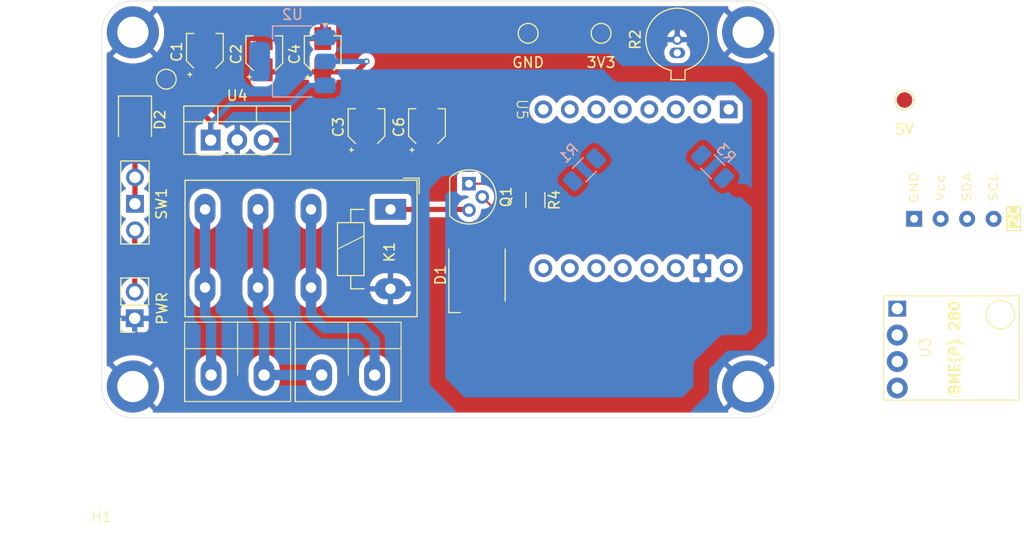
<source format=kicad_pcb>
(kicad_pcb (version 20240108) (generator "pcbnew") (generator_version "8.0")
  (layers (0 "F.Cu" signal) (31 "B.Cu" signal) (34 "B.Paste" user) (35 "F.Paste" user) (36 "B.SilkS" user "B.Silkscreen") (37 "F.SilkS" user "F.Silkscreen") (38 "B.Mask" user) (39 "F.Mask" user) (44 "Edge.Cuts" user))
  (net 0 "")
  (net 1 "GND")
  (net 2 "/SDA")
  (net 3 "/SCL")
  (net 4 "Net-(Q1-E)")
  (net 5 "/GPIO10")
  (net 6 "/ADC1")
  (net 7 "+3V3")
  (net 8 "/Power Supply/VIN")
  (net 9 "+5V")
  (net 10 "/Power Supply/VDC")
  (net 11 "/NC")
  (net 12 "/COM")
  (net 13 "/NO")
  (net 14 "Net-(J1-Pin_2)")
  (net 15 "Net-(D1-AG)")
  (net 16 "Net-(D1-AB)")
  (footprint "Capacitor_SMD:CP_Elec_3x5.3" (layer "F.Cu") (at 131.8 64.4 90)
    (property "Reference" "C4" (at 0 -2.7 90) (layer "F.SilkS"))
    (property "Value" "10uF")
    (fp_line (start 1.76 -1.76) (end 1.76 -1.06) (stroke (width 0.12)) (layer "F.SilkS"))
    (fp_line (start -0.870563 -1.76) (end 1.76 -1.76) (stroke (width 0.12)) (layer "F.SilkS"))
    (fp_line (start -2.1875 -1.6225) (end -2.1875 -1.2475) (stroke (width 0.12)) (layer "F.SilkS"))
    (fp_line (start -2.375 -1.435) (end -2 -1.435) (stroke (width 0.12)) (layer "F.SilkS"))
    (fp_line (start -1.570563 -1.06) (end -0.870563 -1.76) (stroke (width 0.12)) (layer "F.SilkS"))
    (fp_line (start -1.570563 1.06) (end -0.870563 1.76) (stroke (width 0.12)) (layer "F.SilkS"))
    (fp_line (start 1.76 1.76) (end 1.76 1.06) (stroke (width 0.12)) (layer "F.SilkS"))
    (fp_line (start -0.870563 1.76) (end 1.76 1.76) (stroke (width 0.12)) (layer "F.SilkS"))
    (pad "1" smd rect (at -1.5 0 90) (size 2.2 1.6) (layers "F.Cu" "F.Paste" "F.Mask") (net 7 "+3V3"))
    (pad "2" smd rect (at 1.5 0 90) (size 2.2 1.6) (layers "F.Cu" "F.Paste" "F.Mask") (net 1 "GND"))
  )
  (footprint "Package_TO_SOT_THT:TO-92" (layer "F.Cu") (at 145.83 76.83 -90)
    (property "Reference" "Q1" (at 1.27 -3.56 90) (layer "F.SilkS"))
    (property "Value" "NPN")
    (fp_line (start -0.53 1.85) (end 3.07 1.85) (stroke (width 0.12)) (layer "F.SilkS"))
    (fp_arc (start -0.568478 1.838478) (mid -1.132087 -0.994977) (end 1.27 -2.6) (stroke (width 0.12)) (layer "F.SilkS"))
    (fp_arc (start 1.27 -2.6) (mid 3.672087 -0.994977) (end 3.108478 1.838478) (stroke (width 0.12)) (layer "F.SilkS"))
    (pad "1" thru_hole rect (at 0 0 270) (size 1.3 1.3) (drill 0.75) (layers "*.Cu" "*.Mask") (net 7 "+3V3"))
    (pad "2" thru_hole circle (at 1.27 -1.27 270) (size 1.3 1.3) (drill 0.75) (layers "*.Cu" "*.Mask") (net 15 "Net-(D1-AG)"))
    (pad "3" thru_hole circle (at 2.54 0 270) (size 1.3 1.3) (drill 0.75) (layers "*.Cu" "*.Mask") (net 4 "Net-(Q1-E)"))
  )
  (footprint "TestPoint:TestPoint_Pad_D1.5mm" (layer "F.Cu") (at 158.5 62.4)
    (property "Reference" "3V3" (at 0 2.8 0) (layer "F.SilkS"))
    (property "Value" "3V3")
    (fp_circle (center 0 0) (end 0 0.95) (stroke (width 0.12)) (fill none) (layer "F.SilkS"))
    (pad "1" smd circle (at 0 0) (size 1.5 1.5) (layers "F.Cu" "F.Mask") (net 7 "+3V3"))
  )
  (footprint "Alexander Footprint Library:Conn_Terminal_5mm" (layer "F.Cu") (at 113.48 95.2 90)
    (property "Reference" "J3" (hide yes))
    (property "Value" "Conn_01x02_Socket")
    (fp_line (start 2.54 5.08) (end -2.54 5.08) (stroke (width 0.1)) (layer "F.SilkS"))
    (fp_line (start -2.54 5.08) (end 5.08 5.08) (stroke (width 0.1)) (layer "F.SilkS"))
    (fp_line (start -2.54 5.08) (end -2.54 15.24) (stroke (width 0.1)) (layer "F.SilkS"))
    (fp_line (start 0 10.17) (end 5.08 10.16) (stroke (width 0.1)) (layer "F.SilkS"))
    (fp_line (start 5.08 15.24) (end 5.08 5.08) (stroke (width 0.1)) (layer "F.SilkS"))
    (fp_line (start 2.54 15.24) (end 2.54 5.08) (stroke (width 0.1)) (layer "F.SilkS"))
    (fp_line (start -2.54 15.24) (end 5.08 15.24) (stroke (width 0.1)) (layer "F.SilkS"))
    (pad "1" thru_hole oval (at 0 7.62 180) (size 2 3) (drill 1.1) (layers "*.Cu" "*.Mask") (net 11 "/NC"))
    (pad "2" thru_hole oval (at 0 12.7 180) (size 2 3) (drill 1.1) (layers "*.Cu" "*.Mask") (net 12 "/COM"))
  )
  (footprint "Alexander Footprint Library:Conn_I2C" (layer "F.Cu") (at 180.9 80.2 90)
    (property "Reference" "J4" (hide yes))
    (property "Value" "I2C")
    (fp_text user "I2C" (at 0 17.78 90) (layer "F.SilkS" knockout) (effects (font (thickness 0.2) (bold yes)) (justify bottom)))
    (fp_text user "GND" (at 3 7.6 90) (layer "F.SilkS") (effects (font (size 0.8 1) (thickness 0.1))))
    (fp_text user "SDA" (at 3 12.68 90) (layer "F.SilkS") (effects (font (size 0.8 1) (thickness 0.1))))
    (fp_text user "SCL" (at 3 15.22 90) (layer "F.SilkS") (effects (font (size 0.8 1) (thickness 0.1))))
    (fp_text user "Vcc" (at 3 10.14 90) (layer "F.SilkS") (effects (font (size 0.8 1) (thickness 0.1))))
    (pad "GND" thru_hole rect (at 0 7.62 90) (size 1.524 1.524) (drill 0.762) (layers "*.Cu" "*.Mask") (net 1 "GND"))
    (pad "SCL" thru_hole circle (at 0 15.24 90) (size 1.524 1.524) (drill 0.762) (layers "*.Cu" "*.Mask") (net 3 "/SCL"))
    (pad "SDA" thru_hole circle (at 0 12.7 90) (size 1.524 1.524) (drill 0.762) (layers "*.Cu" "*.Mask") (net 2 "/SDA"))
    (pad "Vcc" thru_hole circle (at 0 10.16 90) (size 1.524 1.524) (drill 0.762) (layers "*.Cu" "*.Mask") (net 7 "+3V3"))
  )
  (footprint "TestPoint:TestPoint_Pad_D1.5mm" (layer "F.Cu") (at 187.6 68.8)
    (property "Reference" "5V" (at 0 2.8 0) (layer "F.SilkS"))
    (property "Value" "5V")
    (fp_circle (center 0 0) (end 0 0.95) (stroke (width 0.12)) (fill none) (layer "F.SilkS"))
    (pad "1" smd circle (at 0 0) (size 1.5 1.5) (layers "F.Cu" "F.Mask") (net 9 "+5V"))
  )
  (footprint "Alexander Footprint Library:BME280_BMP280_I2C" (layer "F.Cu") (at 185.6 87.6)
    (property "Reference" "U3" (at 4 4.96 90) (layer "F.SilkS") (effects (font (thickness 0.1))))
    (property "Value" "~")
    (fp_rect (start 0 0) (end 13 10) (stroke (width 0.1)) (fill none) (layer "F.SilkS"))
    (fp_circle (center 11.2 1.8) (end 12.3 1) (stroke (width 0.1)) (fill none) (layer "F.SilkS"))
    (fp_text user "BME(P) 280" (at 6.8 5 90) (layer "F.SilkS") (effects (font (thickness 0.2) (bold yes))))
    (pad "1" thru_hole rect (at 1.3 1.22) (size 1.7 1.524) (drill 1.1) (layers "*.Cu" "*.Mask") (net 7 "+3V3"))
    (pad "2" thru_hole circle (at 1.3 3.76) (size 2 2) (drill 1.1) (layers "*.Cu" "*.Mask") (net 1 "GND"))
    (pad "3" thru_hole circle (at 1.3 6.3) (size 2 2) (drill 1.1) (layers "*.Cu" "*.Mask") (net 3 "/SCL"))
    (pad "4" thru_hole circle (at 1.3 8.84) (size 2 2) (drill 1.1) (layers "*.Cu" "*.Mask") (net 2 "/SDA"))
  )
  (footprint "Resistor_SMD:R_1206_3216Metric_Pad1.30x1.75mm_HandSolder" (layer "F.Cu") (at 152.2 78.4 -90)
    (property "Reference" "R4" (at 0 -1.82 90) (layer "F.SilkS"))
    (property "Value" "10K")
    (fp_line (start -0.727064 0.91) (end 0.727064 0.91) (stroke (width 0.12)) (layer "F.SilkS"))
    (fp_line (start -0.727064 -0.91) (end 0.727064 -0.91) (stroke (width 0.12)) (layer "F.SilkS"))
    (pad "1" smd roundrect (at -1.550001 0 270) (size 1.3 1.75) (layers "F.Cu" "F.Paste" "F.Mask") (roundrect_rratio 0.192308) (net 7 "+3V3"))
    (pad "2" smd roundrect (at 1.550001 0 270) (size 1.3 1.75) (layers "F.Cu" "F.Paste" "F.Mask") (roundrect_rratio 0.192308) (net 16 "Net-(D1-AB)"))
  )
  (footprint "Connector_PinSocket_2.54mm:PinSocket_1x02_P2.54mm_Vertical" (layer "F.Cu") (at 113.775 89.75 180)
    (property "Reference" "J1" (hide yes))
    (property "Value" "PWR" (at -2.625 0.95 90) (layer "F.SilkS"))
    (fp_line (start 1.33 1.27) (end 1.33 3.87) (stroke (width 0.12)) (layer "F.SilkS"))
    (fp_line (start 1.33 -1.33) (end 1.33 0) (stroke (width 0.12)) (layer "F.SilkS"))
    (fp_line (start 0 -1.33) (end 1.33 -1.33) (stroke (width 0.12)) (layer "F.SilkS"))
    (fp_line (start -1.33 3.87) (end 1.33 3.87) (stroke (width 0.12)) (layer "F.SilkS"))
    (fp_line (start -1.33 1.27) (end 1.33 1.27) (stroke (width 0.12)) (layer "F.SilkS"))
    (fp_line (start -1.33 1.27) (end -1.33 3.87) (stroke (width 0.12)) (layer "F.SilkS"))
    (pad "1" thru_hole rect (at 0 0 180) (size 1.7 1.7) (drill 1.1) (layers "*.Cu" "*.Mask") (net 1 "GND"))
    (pad "2" thru_hole circle (at 0 2.54 180) (size 1.7 1.7) (drill 1.1) (layers "*.Cu" "*.Mask") (net 14 "Net-(J1-Pin_2)"))
  )
  (footprint "Alexander Footprint Library:LED_5050-6" (layer "F.Cu") (at 146.6 85.6 90)
    (property "Reference" "D1" (at 0 -3.5 90) (layer "F.SilkS"))
    (property "Value" "LED_SMD_5050")
    (fp_line (start -3.6 -2.7) (end 2.5 -2.7) (stroke (width 0.12)) (layer "F.SilkS"))
    (fp_line (start -3.6 -1.6) (end -3.6 -2.7) (stroke (width 0.12)) (layer "F.SilkS"))
    (fp_line (start 2.5 2.7) (end -2.5 2.7) (stroke (width 0.12)) (layer "F.SilkS"))
    (pad "1" smd rect (at -2.4 -1.7 180) (size 1.1 2) (layers "F.Cu" "F.Paste" "F.Mask") (net 16 "Net-(D1-AB)"))
    (pad "2" smd rect (at -2.4 0 180) (size 1.1 2) (layers "F.Cu" "F.Paste" "F.Mask") (net 16 "Net-(D1-AB)"))
    (pad "3" smd rect (at -2.4 1.7 180) (size 1.1 2) (layers "F.Cu" "F.Paste" "F.Mask") (net 16 "Net-(D1-AB)"))
    (pad "4" smd rect (at 2.4 1.7 180) (size 1.1 2) (layers "F.Cu" "F.Paste" "F.Mask") (net 15 "Net-(D1-AG)"))
    (pad "5" smd rect (at 2.4 0 180) (size 1.1 2) (layers "F.Cu" "F.Paste" "F.Mask") (net 15 "Net-(D1-AG)"))
    (pad "6" smd rect (at 2.4 -1.7 180) (size 1.1 2) (layers "F.Cu" "F.Paste" "F.Mask") (net 15 "Net-(D1-AG)"))
  )
  (footprint "Capacitor_SMD:CP_Elec_3x5.3" (layer "F.Cu") (at 136 71.4 90)
    (property "Reference" "C3" (at 0 -2.7 90) (layer "F.SilkS"))
    (property "Value" "1uF")
    (fp_line (start 1.76 -1.76) (end 1.76 -1.06) (stroke (width 0.12)) (layer "F.SilkS"))
    (fp_line (start -0.870563 -1.76) (end 1.76 -1.76) (stroke (width 0.12)) (layer "F.SilkS"))
    (fp_line (start -2.1875 -1.6225) (end -2.1875 -1.2475) (stroke (width 0.12)) (layer "F.SilkS"))
    (fp_line (start -2.375 -1.435) (end -2 -1.435) (stroke (width 0.12)) (layer "F.SilkS"))
    (fp_line (start -1.570563 -1.06) (end -0.870563 -1.76) (stroke (width 0.12)) (layer "F.SilkS"))
    (fp_line (start -1.570563 1.06) (end -0.870563 1.76) (stroke (width 0.12)) (layer "F.SilkS"))
    (fp_line (start 1.76 1.76) (end 1.76 1.06) (stroke (width 0.12)) (layer "F.SilkS"))
    (fp_line (start -0.870563 1.76) (end 1.76 1.76) (stroke (width 0.12)) (layer "F.SilkS"))
    (pad "1" smd rect (at -1.5 0 90) (size 2.2 1.6) (layers "F.Cu" "F.Paste" "F.Mask") (net 9 "+5V"))
    (pad "2" smd rect (at 1.5 0 90) (size 2.2 1.6) (layers "F.Cu" "F.Paste" "F.Mask") (net 1 "GND"))
  )
  (footprint "TestPoint:TestPoint_Pad_D1.5mm" (layer "F.Cu") (at 151.5 62.4)
    (property "Reference" "GND" (at 0 2.8 0) (layer "F.SilkS"))
    (property "Value" "GND")
    (fp_circle (center 0 0) (end 0 0.95) (stroke (width 0.12)) (fill none) (layer "F.SilkS"))
    (pad "1" smd circle (at 0 0) (size 1.5 1.5) (layers "F.Cu" "F.Mask") (net 1 "GND"))
  )
  (footprint "Alexander Footprint Library:Board_65-40" (layer "F.Cu") (at 110.6 109.3)
    (property "Reference" "H1" (at 0 -0.5 0) (layer "F.SilkS") (effects (font (thickness 0.1))))
    (property "Value" "Project_Box_Board_65x40")
    (fp_line (start 0 -13) (end 0 -47) (stroke (width 0.05)) (layer "Edge.Cuts"))
    (fp_line (start 3 -50) (end 62 -50) (stroke (width 0.05)) (layer "Edge.Cuts"))
    (fp_line (start 62 -10) (end 3 -10) (stroke (width 0.05)) (layer "Edge.Cuts"))
    (fp_line (start 65 -47) (end 65 -13) (stroke (width 0.05)) (layer "Edge.Cuts"))
    (fp_arc (start 0 -47) (mid 0.87868 -49.12132) (end 3 -50) (stroke (width 0.05)) (layer "Edge.Cuts"))
    (fp_arc (start 3 -10) (mid 0.87868 -10.87868) (end 0 -13) (stroke (width 0.05)) (layer "Edge.Cuts"))
    (fp_arc (start 62 -50) (mid 64.12132 -49.12132) (end 65 -47) (stroke (width 0.05)) (layer "Edge.Cuts"))
    (fp_arc (start 65 -13) (mid 64.12132 -10.87868) (end 62 -10) (stroke (width 0.05)) (layer "Edge.Cuts"))
    (pad "1" thru_hole circle (at 3 -47) (size 5 5) (drill 3) (layers "*.Cu" "*.Mask") (net 1 "GND"))
    (pad "2" thru_hole circle (at 3 -13) (size 5 5) (drill 3) (layers "*.Cu" "*.Mask") (net 1 "GND"))
    (pad "3" thru_hole circle (at 62 -13) (size 5 5) (drill 3) (layers "*.Cu" "*.Mask") (net 1 "GND"))
    (pad "4" thru_hole circle (at 62 -47) (size 5 5) (drill 3) (layers "*.Cu" "*.Mask") (net 1 "GND"))
  )
  (footprint "Alexander Footprint Library:LD1117" (layer "F.Cu") (at 121.06 72.645)
    (property "Reference" "U4" (at 2.54 -4.27 0) (layer "F.SilkS"))
    (property "Value" "L7805")
    (fp_line (start -2.58 -3.27) (end -2.58 1.371) (stroke (width 0.12)) (layer "F.SilkS"))
    (fp_line (start -2.58 -3.27) (end 7.66 -3.27) (stroke (width 0.12)) (layer "F.SilkS"))
    (fp_line (start -2.58 -1.76) (end 7.66 -1.76) (stroke (width 0.12)) (layer "F.SilkS"))
    (fp_line (start -2.58 1.371) (end 7.66 1.371) (stroke (width 0.12)) (layer "F.SilkS"))
    (fp_line (start 0.69 -3.27) (end 0.69 -1.76) (stroke (width 0.12)) (layer "F.SilkS"))
    (fp_line (start 4.391 -3.27) (end 4.391 -1.76) (stroke (width 0.12)) (layer "F.SilkS"))
    (fp_line (start 7.66 -3.27) (end 7.66 1.371) (stroke (width 0.12)) (layer "F.SilkS"))
    (pad "1" thru_hole rect (at 0 0) (size 1.905 2) (drill 1.1) (layers "*.Cu" "*.Mask") (net 8 "/Power Supply/VIN"))
    (pad "2" thru_hole oval (at 2.54 0) (size 1.905 2) (drill 1.1) (layers "*.Cu" "*.Mask") (net 1 "GND"))
    (pad "3" thru_hole oval (at 5.08 0) (size 1.905 2) (drill 1.1) (layers "*.Cu" "*.Mask") (net 9 "+5V"))
  )
  (footprint "TestPoint:TestPoint_Pad_D1.5mm" (layer "F.Cu") (at 116.8 66.8)
    (property "Reference" "TP1" (hide yes))
    (property "Value" "VIN")
    (fp_circle (center 0 0) (end 0 0.95) (stroke (width 0.12)) (fill none) (layer "F.SilkS"))
    (pad "1" smd circle (at 0 0) (size 1.5 1.5) (layers "F.Cu" "F.Mask") (net 8 "/Power Supply/VIN"))
  )
  (footprint "Capacitor_SMD:CP_Elec_3x5.3" (layer "F.Cu") (at 126.2 64.4 90)
    (property "Reference" "C2" (at 0 -2.7 90) (layer "F.SilkS"))
    (property "Value" "1uF")
    (fp_line (start 1.76 -1.76) (end 1.76 -1.06) (stroke (width 0.12)) (layer "F.SilkS"))
    (fp_line (start -0.870563 -1.76) (end 1.76 -1.76) (stroke (width 0.12)) (layer "F.SilkS"))
    (fp_line (start -2.1875 -1.6225) (end -2.1875 -1.2475) (stroke (width 0.12)) (layer "F.SilkS"))
    (fp_line (start -2.375 -1.435) (end -2 -1.435) (stroke (width 0.12)) (layer "F.SilkS"))
    (fp_line (start -1.570563 -1.06) (end -0.870563 -1.76) (stroke (width 0.12)) (layer "F.SilkS"))
    (fp_line (start -1.570563 1.06) (end -0.870563 1.76) (stroke (width 0.12)) (layer "F.SilkS"))
    (fp_line (start 1.76 1.76) (end 1.76 1.06) (stroke (width 0.12)) (layer "F.SilkS"))
    (fp_line (start -0.870563 1.76) (end 1.76 1.76) (stroke (width 0.12)) (layer "F.SilkS"))
    (pad "1" smd rect (at -1.5 0 90) (size 2.2 1.6) (layers "F.Cu" "F.Paste" "F.Mask") (net 7 "+3V3"))
    (pad "2" smd rect (at 1.5 0 90) (size 2.2 1.6) (layers "F.Cu" "F.Paste" "F.Mask") (net 1 "GND"))
  )
  (footprint "Diode_SMD:D_1210_3225Metric" (layer "F.Cu") (at 113.8 70.7 -90)
    (property "Reference" "D2" (at 0 -2.4 90) (layer "F.SilkS"))
    (property "Value" "D")
    (fp_line (start -2.285 1.585) (end 1.6 1.585) (stroke (width 0.12)) (layer "F.SilkS"))
    (fp_line (start -2.285 -1.585) (end -2.285 1.585) (stroke (width 0.12)) (layer "F.SilkS"))
    (fp_line (start 1.6 -1.585) (end -2.285 -1.585) (stroke (width 0.12)) (layer "F.SilkS"))
    (pad "1" smd roundrect (at -1.4 0 270) (size 1.25 2.65) (layers "F.Cu" "F.Paste" "F.Mask") (roundrect_rratio 0.2) (net 8 "/Power Supply/VIN"))
    (pad "2" smd roundrect (at 1.4 0 270) (size 1.25 2.65) (layers "F.Cu" "F.Paste" "F.Mask") (roundrect_rratio 0.2) (net 10 "/Power Supply/VDC"))
  )
  (footprint "Alexander Footprint Library:Conn_Terminal_5mm" (layer "F.Cu") (at 124.08 95.2 90)
    (property "Reference" "J2" (hide yes))
    (property "Value" "Conn_01x02_Socket")
    (fp_line (start 2.54 5.08) (end -2.54 5.08) (stroke (width 0.1)) (layer "F.SilkS"))
    (fp_line (start -2.54 5.08) (end 5.08 5.08) (stroke (width 0.1)) (layer "F.SilkS"))
    (fp_line (start -2.54 5.08) (end -2.54 15.24) (stroke (width 0.1)) (layer "F.SilkS"))
    (fp_line (start 0 10.17) (end 5.08 10.16) (stroke (width 0.1)) (layer "F.SilkS"))
    (fp_line (start 5.08 15.24) (end 5.08 5.08) (stroke (width 0.1)) (layer "F.SilkS"))
    (fp_line (start 2.54 15.24) (end 2.54 5.08) (stroke (width 0.1)) (layer "F.SilkS"))
    (fp_line (start -2.54 15.24) (end 5.08 15.24) (stroke (width 0.1)) (layer "F.SilkS"))
    (pad "1" thru_hole oval (at 0 7.62 180) (size 2 3) (drill 1.1) (layers "*.Cu" "*.Mask") (net 12 "/COM"))
    (pad "2" thru_hole oval (at 0 12.7 180) (size 2 3) (drill 1.1) (layers "*.Cu" "*.Mask") (net 13 "/NO"))
  )
  (footprint "Alexander Footprint Library:Relay_DPDT_HK19F_HUI" (layer "F.Cu") (at 138.3 79.3 180)
    (property "Reference" "K1" (at 0.1 -4.1 90) (layer "F.SilkS"))
    (property "Value" "Relay_DPDT_HK19F_HUI")
    (fp_line (start 19.7 2.8) (end 19.7 -10.3) (stroke (width 0.12)) (layer "F.SilkS"))
    (fp_line (start 19.7 -10.3) (end -2.55 -10.3) (stroke (width 0.12)) (layer "F.SilkS"))
    (fp_line (start 5.08 -1.27) (end 5.08 -6.35) (stroke (width 0.12)) (layer "F.SilkS"))
    (fp_line (start 5.08 -6.35) (end 2.54 -6.35) (stroke (width 0.12)) (layer "F.SilkS"))
    (fp_line (start 3.81 0) (end 3.81 -1.27) (stroke (width 0.12)) (layer "F.SilkS"))
    (fp_line (start 3.81 -1.27) (end 5.08 -1.27) (stroke (width 0.12)) (layer "F.SilkS"))
    (fp_line (start 3.81 -6.35) (end 3.81 -7.62) (stroke (width 0.12)) (layer "F.SilkS"))
    (fp_line (start 3.81 -7.62) (end 2.54 -7.62) (stroke (width 0.12)) (layer "F.SilkS"))
    (fp_line (start 2.54 0) (end 3.81 0) (stroke (width 0.12)) (layer "F.SilkS"))
    (fp_line (start 2.54 -1.27) (end 3.81 -1.27) (stroke (width 0.12)) (layer "F.SilkS"))
    (fp_line (start 2.54 -2.54) (end 5.08 -3.81) (stroke (width 0.1)) (layer "F.SilkS"))
    (fp_line (start 2.54 -6.35) (end 2.54 -1.27) (stroke (width 0.12)) (layer "F.SilkS"))
    (fp_line (start -2.55 2.8) (end 19.7 2.8) (stroke (width 0.12)) (layer "F.SilkS"))
    (fp_line (start -2.55 -10.3) (end -2.55 2.8) (stroke (width 0.12)) (layer "F.SilkS"))
    (fp_line (start -2.75 3) (end -1.25 3) (stroke (width 0.12)) (layer "F.SilkS"))
    (fp_line (start -2.75 1.5) (end -2.75 3) (stroke (width 0.12)) (layer "F.SilkS"))
    (pad "11" thru_hole oval (at 12.7 0) (size 2 3) (drill 1) (layers "*.Cu" "*.Mask") (net 12 "/COM"))
    (pad "12" thru_hole oval (at 7.62 0) (size 2 3) (drill 1) (layers "*.Cu" "*.Mask") (net 13 "/NO"))
    (pad "14" thru_hole oval (at 17.78 0) (size 2 3) (drill 1) (layers "*.Cu" "*.Mask") (net 11 "/NC"))
    (pad "21" thru_hole oval (at 12.7 -7.5) (size 2 3) (drill 1) (layers "*.Cu" "*.Mask") (net 12 "/COM"))
    (pad "22" thru_hole oval (at 7.62 -7.5) (size 2 3) (drill 1) (layers "*.Cu" "*.Mask") (net 13 "/NO"))
    (pad "24" thru_hole oval (at 17.78 -7.5) (size 2 3) (drill 1) (layers "*.Cu" "*.Mask") (net 11 "/NC"))
    (pad "A1" thru_hole rect (at 0 0) (size 3 2) (drill 1) (layers "*.Cu" "*.Mask") (net 4 "Net-(Q1-E)"))
    (pad "A2" thru_hole oval (at 0 -7.62) (size 3 2) (drill 1) (layers "*.Cu" "*.Mask") (net 1 "GND"))
  )
  (footprint "Capacitor_SMD:CP_Elec_3x5.3" (layer "F.Cu") (at 141.8 71.4 90)
    (property "Reference" "C6" (at 0 -2.7 90) (layer "F.SilkS"))
    (property "Value" "10uF")
    (fp_line (start 1.76 -1.76) (end 1.76 -1.06) (stroke (width 0.12)) (layer "F.SilkS"))
    (fp_line (start -0.870563 -1.76) (end 1.76 -1.76) (stroke (width 0.12)) (layer "F.SilkS"))
    (fp_line (start -2.1875 -1.6225) (end -2.1875 -1.2475) (stroke (width 0.12)) (layer "F.SilkS"))
    (fp_line (start -2.375 -1.435) (end -2 -1.435) (stroke (width 0.12)) (layer "F.SilkS"))
    (fp_line (start -1.570563 -1.06) (end -0.870563 -1.76) (stroke (width 0.12)) (layer "F.SilkS"))
    (fp_line (start -1.570563 1.06) (end -0.870563 1.76) (stroke (width 0.12)) (layer "F.SilkS"))
    (fp_line (start 1.76 1.76) (end 1.76 1.06) (stroke (width 0.12)) (layer "F.SilkS"))
    (fp_line (start -0.870563 1.76) (end 1.76 1.76) (stroke (width 0.12)) (layer "F.SilkS"))
    (pad "1" smd rect (at -1.5 0 90) (size 2.2 1.6) (layers "F.Cu" "F.Paste" "F.Mask") (net 9 "+5V"))
    (pad "2" smd rect (at 1.5 0 90) (size 2.2 1.6) (layers "F.Cu" "F.Paste" "F.Mask") (net 1 "GND"))
  )
  (footprint "Package_TO_SOT_THT:TO-46-2_Pin2Center" (layer "F.Cu") (at 165.8 64.27 90)
    (property "Reference" "R2" (at 1.27 -4.02 90) (layer "F.SilkS"))
    (property "Value" "R_Photo")
    (fp_line (start -1.68 -0.6) (end -2.58 -0.6) (stroke (width 0.12)) (layer "F.SilkS"))
    (fp_line (start -2.58 -0.6) (end -2.58 0.75) (stroke (width 0.12)) (layer "F.SilkS"))
    (fp_line (start -2.58 0.75) (end -1.68 0.75) (stroke (width 0.12)) (layer "F.SilkS"))
    (fp_arc (start -1.68 -0.6) (mid 4.279362 -0.078983) (end -1.644465 0.753918) (stroke (width 0.12)) (layer "F.SilkS"))
    (pad "1" thru_hole oval (at 0 0 180) (size 1.5 1) (drill 0.7) (layers "*.Cu" "*.Mask") (net 6 "/ADC1"))
    (pad "2" thru_hole oval (at 1.27 0 90) (size 1 1) (drill 0.6) (layers "*.Cu" "*.Mask") (net 1 "GND"))
  )
  (footprint "Capacitor_SMD:CP_Elec_3x5.3" (layer "F.Cu") (at 120.5 64.1726 90)
    (property "Reference" "C1" (at 0 -2.7 90) (layer "F.SilkS"))
    (property "Value" "10uF")
    (fp_line (start 1.76 -1.76) (end 1.76 -1.06) (stroke (width 0.12)) (layer "F.SilkS"))
    (fp_line (start -0.870563 -1.76) (end 1.76 -1.76) (stroke (width 0.12)) (layer "F.SilkS"))
    (fp_line (start -2.1875 -1.6225) (end -2.1875 -1.2475) (stroke (width 0.12)) (layer "F.SilkS"))
    (fp_line (start -2.375 -1.435) (end -2 -1.435) (stroke (width 0.12)) (layer "F.SilkS"))
    (fp_line (start -1.570563 -1.06) (end -0.870563 -1.76) (stroke (width 0.12)) (layer "F.SilkS"))
    (fp_line (start -1.570563 1.06) (end -0.870563 1.76) (stroke (width 0.12)) (layer "F.SilkS"))
    (fp_line (start 1.76 1.76) (end 1.76 1.06) (stroke (width 0.12)) (layer "F.SilkS"))
    (fp_line (start -0.870563 1.76) (end 1.76 1.76) (stroke (width 0.12)) (layer "F.SilkS"))
    (pad "1" smd rect (at -1.5 0 90) (size 2.2 1.6) (layers "F.Cu" "F.Paste" "F.Mask") (net 8 "/Power Supply/VIN"))
    (pad "2" smd rect (at 1.5 0 90) (size 2.2 1.6) (layers "F.Cu" "F.Paste" "F.Mask") (net 1 "GND"))
  )
  (footprint "Alexander Footprint Library:SW_Slide-03_7.3x2.5x2.5_P2.54mm" (layer "F.Cu") (at 113.8 78.76 -90)
    (property "Reference" "SW1" (at 0 -2.54 90) (layer "F.SilkS"))
    (property "Value" "SW_SPDT")
    (fp_rect (start -4.11 -1.36) (end 3.86 1.36) (stroke (width 0.12)) (fill none) (layer "F.SilkS"))
    (pad "1" thru_hole rect (at 0 0 270) (size 1.7 1.7) (drill 1.1) (layers "*.Cu" "*.Mask") (net 10 "/Power Supply/VDC"))
    (pad "2" thru_hole circle (at -2.54 0 270) (size 1.7 1.7) (drill 1.1) (layers "*.Cu" "*.Mask") (net 10 "/Power Supply/VDC"))
    (pad "3" thru_hole circle (at 2.54 0 270) (size 1.7 1.7) (drill 1.1) (layers "*.Cu" "*.Mask") (net 14 "Net-(J1-Pin_2)"))
  )
  (footprint "Alexander Footprint Library:ESP32-C3_SuperMini" (layer "F.Cu") (at 150.42 69.7 -90)
    (property "Reference" "U5" (at 0 -0.5 -90) (layer "F.SilkS") (effects (font (thickness 0.1))))
    (property "Value" "ESP32-C3 SuperMini")
    (pad "1" thru_hole roundrect (at 0 -20.32 270) (size 1.7 1.7) (drill 1) (layers "*.Cu" "*.Mask") (roundrect_rratio 0) (chamfer_ratio 0.25) (chamfer top_left))
    (pad "2" thru_hole oval (at 0 -17.78 270) (size 1.7 1.7) (drill 1) (layers "*.Cu" "*.Mask") (net 2 "/SDA"))
    (pad "3" thru_hole oval (at 0 -15.24 270) (size 1.7 1.7) (drill 1) (layers "*.Cu" "*.Mask") (net 3 "/SCL"))
    (pad "4" thru_hole oval (at 0 -12.7 270) (size 1.7 1.7) (drill 1) (layers "*.Cu" "*.Mask"))
    (pad "5" thru_hole oval (at 0 -10.16 270) (size 1.7 1.7) (drill 1) (layers "*.Cu" "*.Mask"))
    (pad "6" thru_hole oval (at 0 -7.62 270) (size 1.7 1.7) (drill 1) (layers "*.Cu" "*.Mask") (net 5 "/GPIO10"))
    (pad "7" thru_hole oval (at 0 -5.08 270) (size 1.7 1.7) (drill 1) (layers "*.Cu" "*.Mask"))
    (pad "8" thru_hole oval (at 0 -2.54 270) (size 1.7 1.7) (drill 1) (layers "*.Cu" "*.Mask"))
    (pad "9" thru_hole oval (at 15.24 -2.54 270) (size 1.7 1.7) (drill 1) (layers "*.Cu" "*.Mask"))
    (pad "10" thru_hole oval (at 15.24 -5.08 270) (size 1.7 1.7) (drill 1) (layers "*.Cu" "*.Mask") (net 6 "/ADC1"))
    (pad "11" thru_hole oval (at 15.24 -7.62 270) (size 1.7 1.7) (drill 1) (layers "*.Cu" "*.Mask"))
    (pad "12" thru_hole oval (at 15.24 -10.16 270) (size 1.7 1.7) (drill 1) (layers "*.Cu" "*.Mask"))
    (pad "13" thru_hole oval (at 15.24 -12.7 270) (size 1.7 1.7) (drill 1) (layers "*.Cu" "*.Mask"))
    (pad "14" thru_hole oval (at 15.24 -15.24 270) (size 1.7 1.7) (drill 1) (layers "*.Cu" "*.Mask") (net 7 "+3V3"))
    (pad "15" thru_hole rect (at 15.24 -17.78 270) (size 1.7 1.7) (drill 1) (layers "*.Cu" "*.Mask") (net 1 "GND"))
    (pad "16" thru_hole oval (at 15.24 -20.32 270) (size 1.7 1.7) (drill 1) (layers "*.Cu" "*.Mask") (net 9 "+5V"))
  )
  (footprint "Resistor_SMD:R_1206_3216Metric_Pad1.30x1.75mm_HandSolder" (layer "B.Cu") (at 156.9 75.5 45)
    (property "Reference" "R1" (at 0.070711 -2.192031 45) (layer "B.SilkS") (effects (justify mirror)))
    (property "Value" "10K")
    (fp_line (start 0.727064 -0.91) (end -0.727064 -0.91) (stroke (width 0.12)) (layer "B.SilkS"))
    (fp_line (start 0.727064 0.91) (end -0.727064 0.91) (stroke (width 0.12)) (layer "B.SilkS"))
    (pad "1" smd roundrect (at -1.550001 0 45) (size 1.3 1.75) (layers "B.Cu" "B.Paste" "B.Mask") (roundrect_rratio 0.192308) (net 15 "Net-(D1-AG)"))
    (pad "2" smd roundrect (at 1.550001 0 45) (size 1.3 1.75) (layers "B.Cu" "B.Paste" "B.Mask") (roundrect_rratio 0.192308) (net 5 "/GPIO10"))
  )
  (footprint "Alexander Footprint Library:AMS1117 SOT-223" (layer "B.Cu") (at 128.9 65.1 180)
    (property "Reference" "U2" (at 0 4.5 0) (layer "B.SilkS") (effects (justify mirror)))
    (property "Value" "AMS1117-3V3")
    (fp_line (start 1.91 3.41) (end -1.85 3.41) (stroke (width 0.12)) (layer "B.SilkS"))
    (fp_line (start 1.91 2.15) (end 1.91 3.41) (stroke (width 0.12)) (layer "B.SilkS"))
    (fp_line (start 1.91 -2.15) (end 1.91 -3.41) (stroke (width 0.12)) (layer "B.SilkS"))
    (fp_line (start 1.91 -3.41) (end -1.85 -3.41) (stroke (width 0.12)) (layer "B.SilkS"))
    (fp_poly (pts (xy -3.13 3.31) (xy -3.37 3.64) (xy -2.89 3.64) (xy -3.13 3.31)) (stroke (width 0.12)) (fill solid) (layer "B.SilkS"))
    (pad "1" smd roundrect (at -3.15 2.3 180) (size 2 1.5) (layers "B.Cu" "B.Paste" "B.Mask") (net 1 "GND"))
    (pad "2" smd roundrect (at -3.15 0 180) (size 2 1.5) (layers "B.Cu" "B.Paste" "B.Mask") (net 7 "+3V3"))
    (pad "3" smd roundrect (at -3.15 -2.3 180) (size 2 1.5) (layers "B.Cu" "B.Paste" "B.Mask") (net 8 "/Power Supply/VIN"))
    (pad "4" smd roundrect (at 3.15 0 180) (size 2 3.8) (layers "B.Cu" "B.Paste" "B.Mask"))
  )
  (footprint "Resistor_SMD:R_1206_3216Metric_Pad1.30x1.75mm_HandSolder" (layer "B.Cu") (at 169.2 75.2 135)
    (property "Reference" "R3" (at 0 1.82 135) (layer "B.SilkS") (effects (justify mirror)))
    (property "Value" "R")
    (fp_line (start 0.727064 -0.91) (end -0.727064 -0.91) (stroke (width 0.12)) (layer "B.SilkS"))
    (fp_line (start 0.727064 0.91) (end -0.727064 0.91) (stroke (width 0.12)) (layer "B.SilkS"))
    (pad "1" smd roundrect (at -1.550001 0 135) (size 1.3 1.75) (layers "B.Cu" "B.Paste" "B.Mask") (roundrect_rratio 0.192308) (net 7 "+3V3"))
    (pad "2" smd roundrect (at 1.550001 0 135) (size 1.3 1.75) (layers "B.Cu" "B.Paste" "B.Mask") (roundrect_rratio 0.192308) (net 6 "/ADC1"))
  )
  (segment (start 145.76 79.3) (end 145.83 79.37) (width 0.2) (layer "F.Cu") (net 4))
  (segment (start 138.3 79.3) (end 145.76 79.3) (width 0.5) (layer "F.Cu") (net 4))
  (segment (start 168.08 74.08) (end 168.103984 74.103984) (width 0.2) (layer "B.Cu") (net 6))
  (segment (start 152.180001 76.83) (end 145.83 76.83) (width 0.2) (layer "F.Cu") (net 7))
  (segment (start 136 65.1) (end 135 66.1) (width 0.5) (layer "F.Cu") (net 7))
  (segment (start 145.86 76.8) (end 145.83 76.83) (width 0.2) (layer "F.Cu") (net 7))
  (segment (start 135 66.1) (end 126.2 66.1) (width 0.5) (layer "F.Cu") (net 7))
  (segment (start 152.2 76.849999) (end 152.180001 76.83) (width 0.2) (layer "F.Cu") (net 7))
  (via (at 136 65.1) (size 0.6) (drill 0.3) (layers "F.Cu" "B.Cu") (net 7))
  (segment (start 136 65.1) (end 132.05 65.1) (width 0.5) (layer "B.Cu") (net 7))
  (segment (start 121.06 70.86) (end 121.06 72.645) (width 0.5) (layer "F.Cu") (net 8))
  (segment (start 119.5 69.3) (end 120.5 68.3) (width 0.5) (layer "F.Cu") (net 8))
  (segment (start 119.5 69.3) (end 121.06 70.86) (width 0.5) (layer "F.Cu") (net 8))
  (segment (start 113.8 69.3) (end 119.5 69.3) (width 0.5) (layer "F.Cu") (net 8))
  (segment (start 114.4 66.8) (end 113.8 67.4) (width 0.2) (layer "F.Cu") (net 8))
  (segment (start 120.5 68.3) (end 120.5 65.6726) (width 0.5) (layer "F.Cu") (net 8))
  (segment (start 116.8 66.8) (end 114.4 66.8) (width 0.2) (layer "F.Cu") (net 8))
  (segment (start 113.8 67.4) (end 113.8 69.3) (width 0.2) (layer "F.Cu") (net 8))
  (segment (start 122.9 69.2) (end 128.7 69.2) (width 0.5) (layer "B.Cu") (net 8))
  (segment (start 121.06 72.645) (end 121.06 71.04) (width 0.5) (layer "B.Cu") (net 8))
  (segment (start 130.5 67.4) (end 132.05 67.4) (width 0.5) (layer "B.Cu") (net 8))
  (segment (start 128.7 69.2) (end 130.5 67.4) (width 0.5) (layer "B.Cu") (net 8))
  (segment (start 121.06 71.04) (end 122.9 69.2) (width 0.5) (layer "B.Cu") (net 8))
  (segment (start 129.445 72.645) (end 126.14 72.645) (width 0.5) (layer "F.Cu") (net 9))
  (segment (start 129.9 73.1) (end 129.445 72.645) (width 0.5) (layer "F.Cu") (net 9))
  (segment (start 151.7 73.1) (end 129.9 73.1) (width 0.5) (layer "F.Cu") (net 9))
  (segment (start 113.8 76.22) (end 113.8 72.1) (width 0.5) (layer "F.Cu") (net 10))
  (segment (start 113.8 78.76) (end 113.8 76.22) (width 0.5) (layer "F.Cu") (net 10))
  (segment (start 120.52 79.3) (end 120.52 86.8) (width 1) (layer "B.Cu") (net 11))
  (segment (start 120.52 89.52) (end 121.1 90.1) (width 1) (layer "B.Cu") (net 11))
  (segment (start 120.52 86.8) (end 120.52 89.52) (width 1) (layer "B.Cu") (net 11))
  (segment (start 121.1 90.1) (end 121.1 95.2) (width 1) (layer "B.Cu") (net 11))
  (segment (start 125.6 86.8) (end 125.6 79.3) (width 1) (layer "B.Cu") (net 12))
  (segment (start 126.18 95.2) (end 131.7 95.2) (width 1) (layer "B.Cu") (net 12))
  (segment (start 126.18 89.88) (end 126.18 95.2) (width 1) (layer "B.Cu") (net 12))
  (segment (start 125.6 86.8) (end 125.6 89.3) (width 1) (layer "B.Cu") (net 12))
  (segment (start 125.6 89.3) (end 126.18 89.88) (width 1) (layer "B.Cu") (net 12))
  (segment (start 130.68 86.8) (end 130.68 79.3) (width 1) (layer "B.Cu") (net 13))
  (segment (start 130.68 89.38) (end 132 90.7) (width 1) (layer "B.Cu") (net 13))
  (segment (start 132 90.7) (end 135.6 90.7) (width 1) (layer "B.Cu") (net 13))
  (segment (start 130.68 86.8) (end 130.68 89.38) (width 1) (layer "B.Cu") (net 13))
  (segment (start 135.6 90.7) (end 136.78 91.88) (width 1) (layer "B.Cu") (net 13))
  (segment (start 136.78 91.88) (end 136.78 95.2) (width 1) (layer "B.Cu") (net 13))
  (segment (start 113.775 81.325) (end 113.8 81.3) (width 0.2) (layer "F.Cu") (net 14))
  (segment (start 113.775 87.21) (end 113.775 81.325) (width 0.5) (layer "F.Cu") (net 14))
  (segment (start 148.3 79.3) (end 148.3 83.2) (width 0.2) (layer "F.Cu") (net 15))
  (segment (start 148.3 83.2) (end 146.6 83.2) (width 0.2) (layer "F.Cu") (net 15))
  (segment (start 147.1 78.1) (end 148.3 79.3) (width 0.2) (layer "F.Cu") (net 15))
  (segment (start 146.6 83.2) (end 144.9 83.2) (width 0.2) (layer "F.Cu") (net 15))
  (segment (start 152.2 81.4) (end 152.2 79.950001) (width 0.2) (layer "F.Cu") (net 16))
  (segment (start 150.2 83.4) (end 150.2 87.4) (width 0.2) (layer "F.Cu") (net 16))
  (segment (start 150.2 87.4) (end 149.6 88) (width 0.2) (layer "F.Cu") (net 16))
  (segment (start 150.2 83.4) (end 152.2 81.4) (width 0.2) (layer "F.Cu") (net 16))
  (segment (start 149.6 88) (end 144.9 88) (width 0.2) (layer "F.Cu") (net 16))
  (zone (net 1) (net_name "GND") (layer "F.Cu") (priority 1) (connect_pads (clearance 0.5)) (min_thickness 0.25) (fill yes (thermal_gap 0.5) (thermal_bridge_width 0.5))
    (polygon (pts (xy 110.5 59.25) (xy 175.75 59.25) (xy 175.75 99.25) (xy 110.5 99.25)))
  )
  (zone (net 1) (net_name "GND") (layer "B.Cu") (connect_pads (clearance 0.5)) (min_thickness 0.25) (fill yes (thermal_gap 0.5) (thermal_bridge_width 0.5))
    (polygon (pts (xy 110.7 59.2) (xy 175.7 59.2) (xy 175.7 99.2) (xy 110.7 99.3)))
  )
)
</source>
